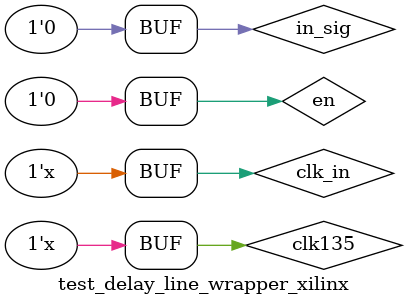
<source format=v>
`timescale 1ns / 1fs


module test_delay_line_wrapper_xilinx;

	// Inputs
	reg clk_in;
	wire in_sig;

	// Outputs
	wire out_sig;
	wire led;

	// Instantiate the Unit Under Test (UUT)
	delay_line_wrapper uut (
		.clk_in(clk_in), 
		.in_sig(in_sig), 
		.out_sig(out_sig), 
		.led(led)
	);
	
	initial clk_in = 0;
	
	always #5 clk_in = !clk_in;
	
	reg en;
	reg clk135;
	
	initial clk135 = 0;
	always #74 clk135 = !clk135;
	
	assign in_sig = en && clk135;

	initial begin
		// Initialize Inputs
		en = 0;

		// Wait 100 ns for global reset to finish
		#103;
        
		// Add stimulus here
		
		en = 1;
		#900;
		en = 0;
		#1000
		en = 1;
		#900;
		en = 0;
		
		#1030000;
		en = 1;
		#900;
		en = 0;
		#1000
		en = 1;
		#900;
		en = 0;

	end
      
endmodule


</source>
